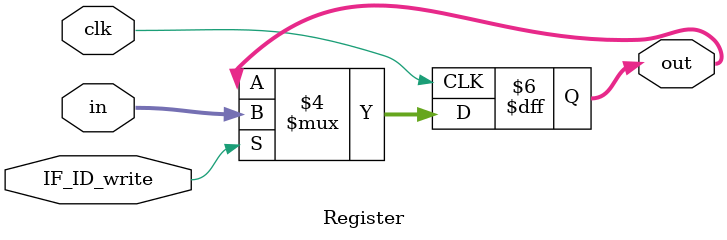
<source format=v>
module Register #(parameter WIDTH=32) (IF_ID_write, clk, in, out);

input wire clk;
input wire IF_ID_write;
input wire [WIDTH-1 : 0] in;
output reg [WIDTH-1 : 0] out;

always @(posedge clk) begin
    if(IF_ID_write == 1'b1) begin
        out <= in;
    end
end

initial begin
    out<=0;
end

endmodule

</source>
